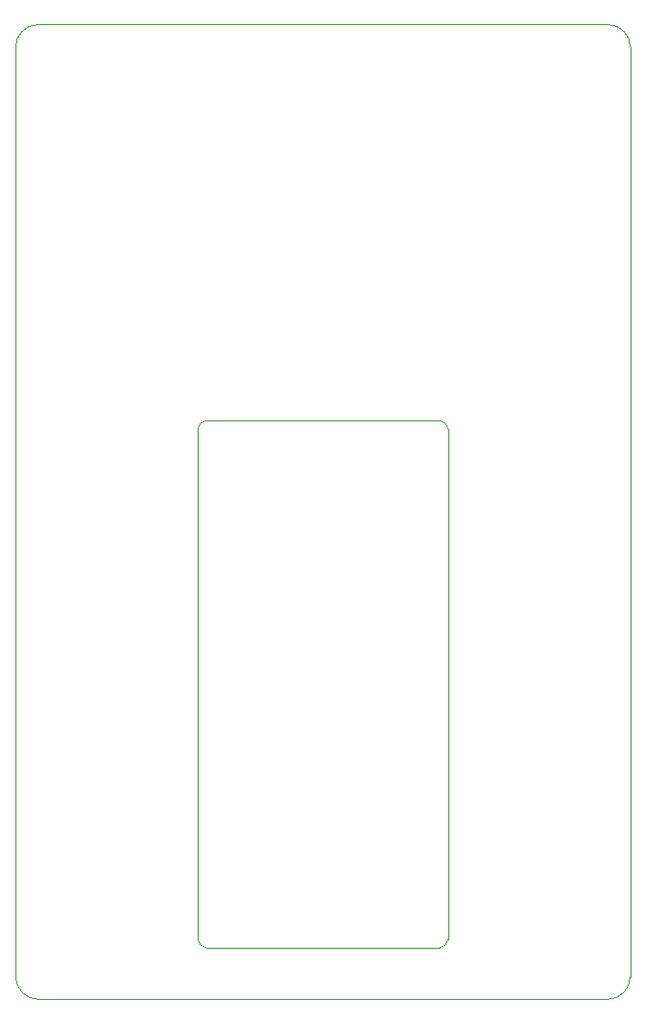
<source format=gbr>
%TF.GenerationSoftware,KiCad,Pcbnew,7.0.8*%
%TF.CreationDate,2023-11-19T20:47:23+01:00*%
%TF.ProjectId,ProtoHu_revA_layer2,50726f74-6f48-4755-9f72-6576415f6c61,rev?*%
%TF.SameCoordinates,Original*%
%TF.FileFunction,Profile,NP*%
%FSLAX46Y46*%
G04 Gerber Fmt 4.6, Leading zero omitted, Abs format (unit mm)*
G04 Created by KiCad (PCBNEW 7.0.8) date 2023-11-19 20:47:23*
%MOMM*%
%LPD*%
G01*
G04 APERTURE LIST*
%TA.AperFunction,Profile*%
%ADD10C,0.050000*%
%TD*%
G04 APERTURE END LIST*
D10*
X173488600Y-62204600D02*
X123513600Y-62204600D01*
X121513600Y-145802600D02*
G75*
G03*
X123513600Y-147802600I2000000J0D01*
G01*
X158750000Y-143250000D02*
G75*
G03*
X159500000Y-142500000I0J750000D01*
G01*
X159500000Y-97750000D02*
X159500000Y-142500000D01*
X159500000Y-97750000D02*
G75*
G03*
X158750000Y-97000000I-750000J0D01*
G01*
X158750000Y-143250003D02*
X138250000Y-143250003D01*
X175488600Y-145802600D02*
X175488600Y-64204600D01*
X138250000Y-97000000D02*
G75*
G03*
X137500000Y-97750000I0J-750000D01*
G01*
X137500000Y-142500000D02*
X137500000Y-97750000D01*
X137500000Y-142500000D02*
G75*
G03*
X138250000Y-143250000I750000J0D01*
G01*
X123513600Y-147802600D02*
X173488600Y-147802600D01*
X121513600Y-64204600D02*
X121513600Y-145802600D01*
X123513600Y-62204600D02*
G75*
G03*
X121513600Y-64204600I0J-2000000D01*
G01*
X173488600Y-147802600D02*
G75*
G03*
X175488600Y-145802600I0J2000000D01*
G01*
X138250000Y-97000000D02*
X158750000Y-97000000D01*
X175488600Y-64204600D02*
G75*
G03*
X173488600Y-62204600I-2000000J0D01*
G01*
M02*

</source>
